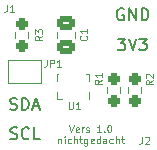
<source format=gto>
G04 #@! TF.GenerationSoftware,KiCad,Pcbnew,6.0.11*
G04 #@! TF.CreationDate,2025-02-19T14:46:05+01:00*
G04 #@! TF.ProjectId,SPL06,53504c30-362e-46b6-9963-61645f706362,rev?*
G04 #@! TF.SameCoordinates,Original*
G04 #@! TF.FileFunction,Legend,Top*
G04 #@! TF.FilePolarity,Positive*
%FSLAX46Y46*%
G04 Gerber Fmt 4.6, Leading zero omitted, Abs format (unit mm)*
G04 Created by KiCad (PCBNEW 6.0.11) date 2025-02-19 14:46:05*
%MOMM*%
%LPD*%
G01*
G04 APERTURE LIST*
G04 Aperture macros list*
%AMRoundRect*
0 Rectangle with rounded corners*
0 $1 Rounding radius*
0 $2 $3 $4 $5 $6 $7 $8 $9 X,Y pos of 4 corners*
0 Add a 4 corners polygon primitive as box body*
4,1,4,$2,$3,$4,$5,$6,$7,$8,$9,$2,$3,0*
0 Add four circle primitives for the rounded corners*
1,1,$1+$1,$2,$3*
1,1,$1+$1,$4,$5*
1,1,$1+$1,$6,$7*
1,1,$1+$1,$8,$9*
0 Add four rect primitives between the rounded corners*
20,1,$1+$1,$2,$3,$4,$5,0*
20,1,$1+$1,$4,$5,$6,$7,0*
20,1,$1+$1,$6,$7,$8,$9,0*
20,1,$1+$1,$8,$9,$2,$3,0*%
%AMFreePoly0*
4,1,6,1.000000,0.000000,0.500000,-0.750000,-0.500000,-0.750000,-0.500000,0.750000,0.500000,0.750000,1.000000,0.000000,1.000000,0.000000,$1*%
%AMFreePoly1*
4,1,6,0.500000,-0.750000,-0.650000,-0.750000,-0.150000,0.000000,-0.650000,0.750000,0.500000,0.750000,0.500000,-0.750000,0.500000,-0.750000,$1*%
G04 Aperture macros list end*
%ADD10C,0.150000*%
%ADD11C,0.120000*%
%ADD12C,0.100000*%
%ADD13FreePoly0,180.000000*%
%ADD14FreePoly1,180.000000*%
%ADD15R,0.350000X0.500000*%
%ADD16RoundRect,0.250000X0.475000X-0.337500X0.475000X0.337500X-0.475000X0.337500X-0.475000X-0.337500X0*%
%ADD17RoundRect,0.237500X0.237500X-0.250000X0.237500X0.250000X-0.237500X0.250000X-0.237500X-0.250000X0*%
%ADD18RoundRect,0.237500X-0.237500X0.250000X-0.237500X-0.250000X0.237500X-0.250000X0.237500X0.250000X0*%
%ADD19O,1.700000X1.700000*%
G04 APERTURE END LIST*
D10*
X133913714Y-84224761D02*
X134056571Y-84272380D01*
X134294666Y-84272380D01*
X134389904Y-84224761D01*
X134437523Y-84177142D01*
X134485142Y-84081904D01*
X134485142Y-83986666D01*
X134437523Y-83891428D01*
X134389904Y-83843809D01*
X134294666Y-83796190D01*
X134104190Y-83748571D01*
X134008952Y-83700952D01*
X133961333Y-83653333D01*
X133913714Y-83558095D01*
X133913714Y-83462857D01*
X133961333Y-83367619D01*
X134008952Y-83320000D01*
X134104190Y-83272380D01*
X134342285Y-83272380D01*
X134485142Y-83320000D01*
X134913714Y-84272380D02*
X134913714Y-83272380D01*
X135151809Y-83272380D01*
X135294666Y-83320000D01*
X135389904Y-83415238D01*
X135437523Y-83510476D01*
X135485142Y-83700952D01*
X135485142Y-83843809D01*
X135437523Y-84034285D01*
X135389904Y-84129523D01*
X135294666Y-84224761D01*
X135151809Y-84272380D01*
X134913714Y-84272380D01*
X135866095Y-83986666D02*
X136342285Y-83986666D01*
X135770857Y-84272380D02*
X136104190Y-83272380D01*
X136437523Y-84272380D01*
X143033904Y-78252380D02*
X143652952Y-78252380D01*
X143319619Y-78633333D01*
X143462476Y-78633333D01*
X143557714Y-78680952D01*
X143605333Y-78728571D01*
X143652952Y-78823809D01*
X143652952Y-79061904D01*
X143605333Y-79157142D01*
X143557714Y-79204761D01*
X143462476Y-79252380D01*
X143176761Y-79252380D01*
X143081523Y-79204761D01*
X143033904Y-79157142D01*
X143938666Y-78252380D02*
X144272000Y-79252380D01*
X144605333Y-78252380D01*
X144843428Y-78252380D02*
X145462476Y-78252380D01*
X145129142Y-78633333D01*
X145272000Y-78633333D01*
X145367238Y-78680952D01*
X145414857Y-78728571D01*
X145462476Y-78823809D01*
X145462476Y-79061904D01*
X145414857Y-79157142D01*
X145367238Y-79204761D01*
X145272000Y-79252380D01*
X144986285Y-79252380D01*
X144891047Y-79204761D01*
X144843428Y-79157142D01*
D11*
X138887428Y-85548428D02*
X139087428Y-86148428D01*
X139287428Y-85548428D01*
X139716000Y-86119857D02*
X139658857Y-86148428D01*
X139544571Y-86148428D01*
X139487428Y-86119857D01*
X139458857Y-86062714D01*
X139458857Y-85834142D01*
X139487428Y-85777000D01*
X139544571Y-85748428D01*
X139658857Y-85748428D01*
X139716000Y-85777000D01*
X139744571Y-85834142D01*
X139744571Y-85891285D01*
X139458857Y-85948428D01*
X140001714Y-86148428D02*
X140001714Y-85748428D01*
X140001714Y-85862714D02*
X140030285Y-85805571D01*
X140058857Y-85777000D01*
X140116000Y-85748428D01*
X140173142Y-85748428D01*
X140344571Y-86119857D02*
X140401714Y-86148428D01*
X140516000Y-86148428D01*
X140573142Y-86119857D01*
X140601714Y-86062714D01*
X140601714Y-86034142D01*
X140573142Y-85977000D01*
X140516000Y-85948428D01*
X140430285Y-85948428D01*
X140373142Y-85919857D01*
X140344571Y-85862714D01*
X140344571Y-85834142D01*
X140373142Y-85777000D01*
X140430285Y-85748428D01*
X140516000Y-85748428D01*
X140573142Y-85777000D01*
X141630285Y-86148428D02*
X141287428Y-86148428D01*
X141458857Y-86148428D02*
X141458857Y-85548428D01*
X141401714Y-85634142D01*
X141344571Y-85691285D01*
X141287428Y-85719857D01*
X141887428Y-86091285D02*
X141916000Y-86119857D01*
X141887428Y-86148428D01*
X141858857Y-86119857D01*
X141887428Y-86091285D01*
X141887428Y-86148428D01*
X142287428Y-85548428D02*
X142344571Y-85548428D01*
X142401714Y-85577000D01*
X142430285Y-85605571D01*
X142458857Y-85662714D01*
X142487428Y-85777000D01*
X142487428Y-85919857D01*
X142458857Y-86034142D01*
X142430285Y-86091285D01*
X142401714Y-86119857D01*
X142344571Y-86148428D01*
X142287428Y-86148428D01*
X142230285Y-86119857D01*
X142201714Y-86091285D01*
X142173142Y-86034142D01*
X142144571Y-85919857D01*
X142144571Y-85777000D01*
X142173142Y-85662714D01*
X142201714Y-85605571D01*
X142230285Y-85577000D01*
X142287428Y-85548428D01*
X137973142Y-86714428D02*
X137973142Y-87114428D01*
X137973142Y-86771571D02*
X138001714Y-86743000D01*
X138058857Y-86714428D01*
X138144571Y-86714428D01*
X138201714Y-86743000D01*
X138230285Y-86800142D01*
X138230285Y-87114428D01*
X138516000Y-87114428D02*
X138516000Y-86714428D01*
X138516000Y-86514428D02*
X138487428Y-86543000D01*
X138516000Y-86571571D01*
X138544571Y-86543000D01*
X138516000Y-86514428D01*
X138516000Y-86571571D01*
X139058857Y-87085857D02*
X139001714Y-87114428D01*
X138887428Y-87114428D01*
X138830285Y-87085857D01*
X138801714Y-87057285D01*
X138773142Y-87000142D01*
X138773142Y-86828714D01*
X138801714Y-86771571D01*
X138830285Y-86743000D01*
X138887428Y-86714428D01*
X139001714Y-86714428D01*
X139058857Y-86743000D01*
X139316000Y-87114428D02*
X139316000Y-86514428D01*
X139573142Y-87114428D02*
X139573142Y-86800142D01*
X139544571Y-86743000D01*
X139487428Y-86714428D01*
X139401714Y-86714428D01*
X139344571Y-86743000D01*
X139316000Y-86771571D01*
X139773142Y-86714428D02*
X140001714Y-86714428D01*
X139858857Y-86514428D02*
X139858857Y-87028714D01*
X139887428Y-87085857D01*
X139944571Y-87114428D01*
X140001714Y-87114428D01*
X140458857Y-86714428D02*
X140458857Y-87200142D01*
X140430285Y-87257285D01*
X140401714Y-87285857D01*
X140344571Y-87314428D01*
X140258857Y-87314428D01*
X140201714Y-87285857D01*
X140458857Y-87085857D02*
X140401714Y-87114428D01*
X140287428Y-87114428D01*
X140230285Y-87085857D01*
X140201714Y-87057285D01*
X140173142Y-87000142D01*
X140173142Y-86828714D01*
X140201714Y-86771571D01*
X140230285Y-86743000D01*
X140287428Y-86714428D01*
X140401714Y-86714428D01*
X140458857Y-86743000D01*
X140973142Y-87085857D02*
X140916000Y-87114428D01*
X140801714Y-87114428D01*
X140744571Y-87085857D01*
X140716000Y-87028714D01*
X140716000Y-86800142D01*
X140744571Y-86743000D01*
X140801714Y-86714428D01*
X140916000Y-86714428D01*
X140973142Y-86743000D01*
X141001714Y-86800142D01*
X141001714Y-86857285D01*
X140716000Y-86914428D01*
X141516000Y-87114428D02*
X141516000Y-86514428D01*
X141516000Y-87085857D02*
X141458857Y-87114428D01*
X141344571Y-87114428D01*
X141287428Y-87085857D01*
X141258857Y-87057285D01*
X141230285Y-87000142D01*
X141230285Y-86828714D01*
X141258857Y-86771571D01*
X141287428Y-86743000D01*
X141344571Y-86714428D01*
X141458857Y-86714428D01*
X141516000Y-86743000D01*
X142058857Y-87114428D02*
X142058857Y-86800142D01*
X142030285Y-86743000D01*
X141973142Y-86714428D01*
X141858857Y-86714428D01*
X141801714Y-86743000D01*
X142058857Y-87085857D02*
X142001714Y-87114428D01*
X141858857Y-87114428D01*
X141801714Y-87085857D01*
X141773142Y-87028714D01*
X141773142Y-86971571D01*
X141801714Y-86914428D01*
X141858857Y-86885857D01*
X142001714Y-86885857D01*
X142058857Y-86857285D01*
X142601714Y-87085857D02*
X142544571Y-87114428D01*
X142430285Y-87114428D01*
X142373142Y-87085857D01*
X142344571Y-87057285D01*
X142316000Y-87000142D01*
X142316000Y-86828714D01*
X142344571Y-86771571D01*
X142373142Y-86743000D01*
X142430285Y-86714428D01*
X142544571Y-86714428D01*
X142601714Y-86743000D01*
X142858857Y-87114428D02*
X142858857Y-86514428D01*
X143116000Y-87114428D02*
X143116000Y-86800142D01*
X143087428Y-86743000D01*
X143030285Y-86714428D01*
X142944571Y-86714428D01*
X142887428Y-86743000D01*
X142858857Y-86771571D01*
X143316000Y-86714428D02*
X143544571Y-86714428D01*
X143401714Y-86514428D02*
X143401714Y-87028714D01*
X143430285Y-87085857D01*
X143487428Y-87114428D01*
X143544571Y-87114428D01*
D10*
X133937523Y-86714761D02*
X134080380Y-86762380D01*
X134318476Y-86762380D01*
X134413714Y-86714761D01*
X134461333Y-86667142D01*
X134508952Y-86571904D01*
X134508952Y-86476666D01*
X134461333Y-86381428D01*
X134413714Y-86333809D01*
X134318476Y-86286190D01*
X134128000Y-86238571D01*
X134032761Y-86190952D01*
X133985142Y-86143333D01*
X133937523Y-86048095D01*
X133937523Y-85952857D01*
X133985142Y-85857619D01*
X134032761Y-85810000D01*
X134128000Y-85762380D01*
X134366095Y-85762380D01*
X134508952Y-85810000D01*
X135508952Y-86667142D02*
X135461333Y-86714761D01*
X135318476Y-86762380D01*
X135223238Y-86762380D01*
X135080380Y-86714761D01*
X134985142Y-86619523D01*
X134937523Y-86524285D01*
X134889904Y-86333809D01*
X134889904Y-86190952D01*
X134937523Y-86000476D01*
X134985142Y-85905238D01*
X135080380Y-85810000D01*
X135223238Y-85762380D01*
X135318476Y-85762380D01*
X135461333Y-85810000D01*
X135508952Y-85857619D01*
X136413714Y-86762380D02*
X135937523Y-86762380D01*
X135937523Y-85762380D01*
X143510095Y-75740000D02*
X143414857Y-75692380D01*
X143272000Y-75692380D01*
X143129142Y-75740000D01*
X143033904Y-75835238D01*
X142986285Y-75930476D01*
X142938666Y-76120952D01*
X142938666Y-76263809D01*
X142986285Y-76454285D01*
X143033904Y-76549523D01*
X143129142Y-76644761D01*
X143272000Y-76692380D01*
X143367238Y-76692380D01*
X143510095Y-76644761D01*
X143557714Y-76597142D01*
X143557714Y-76263809D01*
X143367238Y-76263809D01*
X143986285Y-76692380D02*
X143986285Y-75692380D01*
X144557714Y-76692380D01*
X144557714Y-75692380D01*
X145033904Y-76692380D02*
X145033904Y-75692380D01*
X145272000Y-75692380D01*
X145414857Y-75740000D01*
X145510095Y-75835238D01*
X145557714Y-75930476D01*
X145605333Y-76120952D01*
X145605333Y-76263809D01*
X145557714Y-76454285D01*
X145510095Y-76549523D01*
X145414857Y-76644761D01*
X145272000Y-76692380D01*
X145033904Y-76692380D01*
D11*
X137001000Y-80017428D02*
X137001000Y-80446000D01*
X136972428Y-80531714D01*
X136915285Y-80588857D01*
X136829571Y-80617428D01*
X136772428Y-80617428D01*
X137286714Y-80617428D02*
X137286714Y-80017428D01*
X137515285Y-80017428D01*
X137572428Y-80046000D01*
X137601000Y-80074571D01*
X137629571Y-80131714D01*
X137629571Y-80217428D01*
X137601000Y-80274571D01*
X137572428Y-80303142D01*
X137515285Y-80331714D01*
X137286714Y-80331714D01*
X138201000Y-80617428D02*
X137858142Y-80617428D01*
X138029571Y-80617428D02*
X138029571Y-80017428D01*
X137972428Y-80103142D01*
X137915285Y-80160285D01*
X137858142Y-80188857D01*
X138872857Y-83631428D02*
X138872857Y-84117142D01*
X138901428Y-84174285D01*
X138930000Y-84202857D01*
X138987142Y-84231428D01*
X139101428Y-84231428D01*
X139158571Y-84202857D01*
X139187142Y-84174285D01*
X139215714Y-84117142D01*
X139215714Y-83631428D01*
X139815714Y-84231428D02*
X139472857Y-84231428D01*
X139644285Y-84231428D02*
X139644285Y-83631428D01*
X139587142Y-83717142D01*
X139530000Y-83774285D01*
X139472857Y-83802857D01*
X140374285Y-78020000D02*
X140402857Y-78048571D01*
X140431428Y-78134285D01*
X140431428Y-78191428D01*
X140402857Y-78277142D01*
X140345714Y-78334285D01*
X140288571Y-78362857D01*
X140174285Y-78391428D01*
X140088571Y-78391428D01*
X139974285Y-78362857D01*
X139917142Y-78334285D01*
X139860000Y-78277142D01*
X139831428Y-78191428D01*
X139831428Y-78134285D01*
X139860000Y-78048571D01*
X139888571Y-78020000D01*
X140431428Y-77448571D02*
X140431428Y-77791428D01*
X140431428Y-77620000D02*
X139831428Y-77620000D01*
X139917142Y-77677142D01*
X139974285Y-77734285D01*
X140002857Y-77791428D01*
X136623228Y-78027200D02*
X136337514Y-78227200D01*
X136623228Y-78370057D02*
X136023228Y-78370057D01*
X136023228Y-78141485D01*
X136051800Y-78084342D01*
X136080371Y-78055771D01*
X136137514Y-78027200D01*
X136223228Y-78027200D01*
X136280371Y-78055771D01*
X136308942Y-78084342D01*
X136337514Y-78141485D01*
X136337514Y-78370057D01*
X136023228Y-77827200D02*
X136023228Y-77455771D01*
X136251800Y-77655771D01*
X136251800Y-77570057D01*
X136280371Y-77512914D01*
X136308942Y-77484342D01*
X136366085Y-77455771D01*
X136508942Y-77455771D01*
X136566085Y-77484342D01*
X136594657Y-77512914D01*
X136623228Y-77570057D01*
X136623228Y-77741485D01*
X136594657Y-77798628D01*
X136566085Y-77827200D01*
X145991228Y-81786400D02*
X145705514Y-81986400D01*
X145991228Y-82129257D02*
X145391228Y-82129257D01*
X145391228Y-81900685D01*
X145419800Y-81843542D01*
X145448371Y-81814971D01*
X145505514Y-81786400D01*
X145591228Y-81786400D01*
X145648371Y-81814971D01*
X145676942Y-81843542D01*
X145705514Y-81900685D01*
X145705514Y-82129257D01*
X145448371Y-81557828D02*
X145419800Y-81529257D01*
X145391228Y-81472114D01*
X145391228Y-81329257D01*
X145419800Y-81272114D01*
X145448371Y-81243542D01*
X145505514Y-81214971D01*
X145562657Y-81214971D01*
X145648371Y-81243542D01*
X145991228Y-81586400D01*
X145991228Y-81214971D01*
X141673228Y-81735600D02*
X141387514Y-81935600D01*
X141673228Y-82078457D02*
X141073228Y-82078457D01*
X141073228Y-81849885D01*
X141101800Y-81792742D01*
X141130371Y-81764171D01*
X141187514Y-81735600D01*
X141273228Y-81735600D01*
X141330371Y-81764171D01*
X141358942Y-81792742D01*
X141387514Y-81849885D01*
X141387514Y-82078457D01*
X141673228Y-81164171D02*
X141673228Y-81507028D01*
X141673228Y-81335600D02*
X141073228Y-81335600D01*
X141158942Y-81392742D01*
X141216085Y-81449885D01*
X141244657Y-81507028D01*
X145088000Y-86539428D02*
X145088000Y-86968000D01*
X145059428Y-87053714D01*
X145002285Y-87110857D01*
X144916571Y-87139428D01*
X144859428Y-87139428D01*
X145345142Y-86596571D02*
X145373714Y-86568000D01*
X145430857Y-86539428D01*
X145573714Y-86539428D01*
X145630857Y-86568000D01*
X145659428Y-86596571D01*
X145688000Y-86653714D01*
X145688000Y-86710857D01*
X145659428Y-86796571D01*
X145316571Y-87139428D01*
X145688000Y-87139428D01*
X133658000Y-75363428D02*
X133658000Y-75792000D01*
X133629428Y-75877714D01*
X133572285Y-75934857D01*
X133486571Y-75963428D01*
X133429428Y-75963428D01*
X134258000Y-75963428D02*
X133915142Y-75963428D01*
X134086571Y-75963428D02*
X134086571Y-75363428D01*
X134029428Y-75449142D01*
X133972285Y-75506285D01*
X133915142Y-75534857D01*
X136491000Y-80026000D02*
X136491000Y-82026000D01*
X133691000Y-80026000D02*
X136491000Y-80026000D01*
X133691000Y-82026000D02*
X133691000Y-80026000D01*
X136491000Y-82026000D02*
X133691000Y-82026000D01*
D12*
X140545000Y-82760000D02*
X140545000Y-83400000D01*
X138325000Y-81200000D02*
X137845000Y-81200000D01*
X140545000Y-81200000D02*
X140545000Y-81840000D01*
X137845000Y-82760000D02*
X137845000Y-83400000D01*
X137845000Y-81200000D02*
X137845000Y-81840000D01*
X140545000Y-81200000D02*
X140065000Y-81200000D01*
X138325000Y-83400000D02*
X137845000Y-83400000D01*
D11*
X139365000Y-78181252D02*
X139365000Y-77658748D01*
X137895000Y-78181252D02*
X137895000Y-77658748D01*
X135396500Y-78172224D02*
X135396500Y-77662776D01*
X134351500Y-78172224D02*
X134351500Y-77662776D01*
X143927500Y-82325276D02*
X143927500Y-82834724D01*
X144972500Y-82325276D02*
X144972500Y-82834724D01*
X143185000Y-82337776D02*
X143185000Y-82847224D01*
X142140000Y-82337776D02*
X142140000Y-82847224D01*
%LPC*%
D13*
X135816000Y-81026000D03*
D14*
X134366000Y-81026000D03*
D15*
X140170000Y-83100000D03*
X139520000Y-83100000D03*
X138870000Y-83100000D03*
X138220000Y-83100000D03*
X138220000Y-81500000D03*
X138870000Y-81500000D03*
X139520000Y-81500000D03*
X140170000Y-81500000D03*
D16*
X138630000Y-78957500D03*
X138630000Y-76882500D03*
D17*
X134874000Y-78830000D03*
X134874000Y-77005000D03*
D18*
X144450000Y-81667500D03*
X144450000Y-83492500D03*
X142662500Y-81680000D03*
X142662500Y-83505000D03*
D19*
X147320000Y-76200000D03*
X147320000Y-78740000D03*
X147320000Y-81280000D03*
X147320000Y-83820000D03*
X147320000Y-86360000D03*
X132080000Y-86360000D03*
X132080000Y-83820000D03*
X132080000Y-81280000D03*
X132080000Y-78740000D03*
X132080000Y-76200000D03*
M02*

</source>
